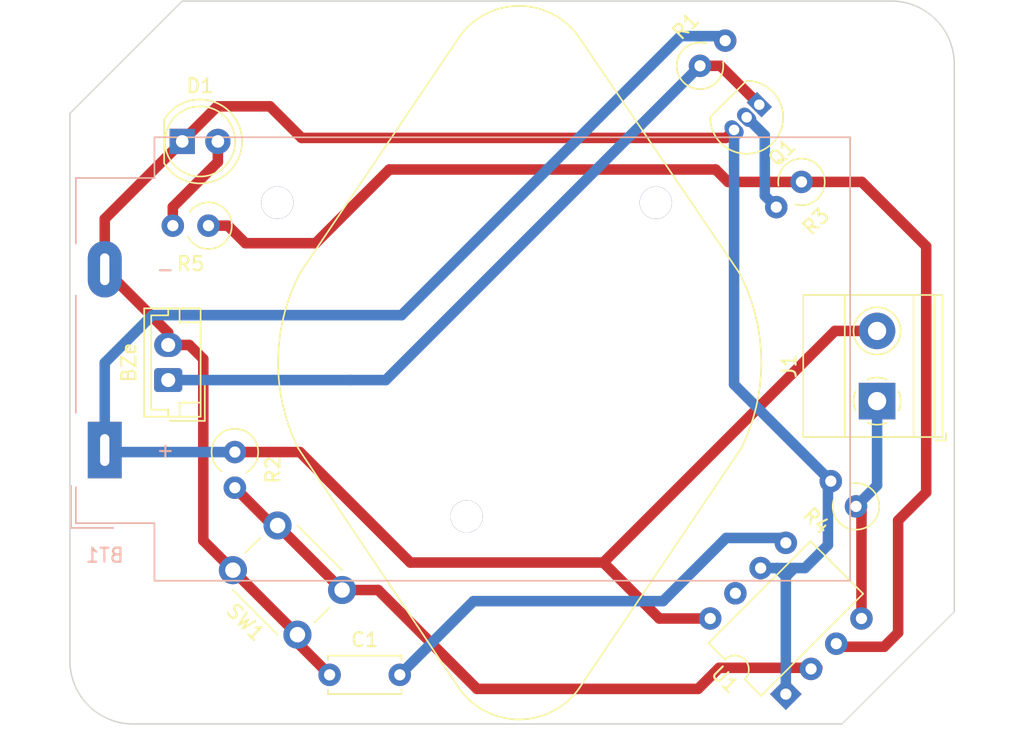
<source format=kicad_pcb>
(kicad_pcb (version 20211014) (generator pcbnew)
  (layers (0 "F.Cu" signal) (31 "B.Cu" signal) (34 "B.Paste" user) (35 "F.Paste" user) (36 "B.SilkS" user "B.Silkscreen") (37 "F.SilkS" user "F.Silkscreen") (38 "B.Mask" user) (39 "F.Mask" user) (44 "Edge.Cuts" user))
  (net 0 "")
  (net 1 "VCC")
  (net 2 "GND")
  (net 3 "Net-(BZ1-Pad1)")
  (net 4 "Net-(C1-Pad2)")
  (net 5 "Net-(D1-Pad2)")
  (net 6 "Net-(J1-Pad1)")
  (net 7 "Net-(Q1-Pad2)")
  (net 8 "Net-(R2-Pad2)")
  (net 9 "Net-(R3-Pad1)")
  (footprint "Resistor_THT:R_Axial_DIN0309_L9.0mm_D3.2mm_P2.54mm_Vertical" (layer "F.Cu") (at 239.5 114.5 135)
    (fp_text reference "R4" (at 1.27 -2.72 135) (layer "F.SilkS"))
    (fp_text value "10kΩ-22kΩ")
    (fp_arc (start 1.344775 0.97138) (mid -1.655812 -0.101418) (end 1.453272 -0.8) (layer "F.SilkS") (width 0.12))
    (pad "1" thru_hole circle (at 0 0 135) (size 1.6 1.6) (drill 0.8) (layers *.Cu *.Mask) (net 6 "Net-(J1-Pad1)"))
    (pad "2" thru_hole oval (at 2.54 0 135) (size 1.6 1.6) (drill 0.8) (layers *.Cu *.Mask) (net 2 "GND"))
  )
  (footprint "Package_TO_SOT_THT:TO-92_Inline" (layer "F.Cu") (at 232.607933 85.88295 -135)
    (fp_text reference "Q1" (at 1.27 -3.56 45) (layer "F.SilkS"))
    (fp_text value "BC547")
    (fp_line (start -0.53 1.85) (end 3.07 1.85) (layer "F.SilkS") (width 0.12))
    (fp_arc (start -0.568478 1.838478) (mid -1.132087 -0.994977) (end 1.27 -2.6) (layer "F.SilkS") (width 0.12))
    (fp_arc (start 1.27 -2.6) (mid 3.672087 -0.994977) (end 3.108478 1.838478) (layer "F.SilkS") (width 0.12))
    (pad "1" thru_hole rect (at 0 0 225) (size 1.05 1.5) (drill 0.75) (layers *.Cu *.Mask) (net 3 "Net-(BZ1-Pad1)"))
    (pad "2" thru_hole oval (at 1.27 0 225) (size 1.05 1.5) (drill 0.75) (layers *.Cu *.Mask) (net 7 "Net-(Q1-Pad2)"))
    (pad "3" thru_hole oval (at 2.54 0 225) (size 1.05 1.5) (drill 0.75) (layers *.Cu *.Mask) (net 2 "GND"))
  )
  (footprint "Resistor_THT:R_Axial_DIN0309_L9.0mm_D3.2mm_P2.54mm_Vertical" (layer "F.Cu") (at 235.615183 91.384817 -135)
    (fp_text reference "R3" (at 1.27 -2.72 45) (layer "F.SilkS"))
    (fp_text value "10kΩ")
    (fp_arc (start 1.344775 0.97138) (mid -1.655812 -0.101418) (end 1.453272 -0.8) (layer "F.SilkS") (width 0.12))
    (pad "1" thru_hole circle (at 0 0 225) (size 1.6 1.6) (drill 0.8) (layers *.Cu *.Mask) (net 9 "Net-(R3-Pad1)"))
    (pad "2" thru_hole oval (at 2.54 0 225) (size 1.6 1.6) (drill 0.8) (layers *.Cu *.Mask) (net 7 "Net-(Q1-Pad2)"))
  )
  (footprint "MountingHole:MountingHole_4.3mm_M4" (layer "F.Cu") (at 242 83)
    (fp_text reference "REF**" hide)
    (fp_text value "MountingHole_4.3mm_M4")
    (pad "" np_thru_hole circle (at 0 0) (size 4.3 4.3) (drill 4.3) (layers *.Cu *.Mask))
  )
  (footprint "Rocket_Alarm_Components:Buzzer_JST_Header" (layer "F.Cu") (at 190.5 105.5 90)
    (fp_text reference "BZe" (at 1.25 -2.8 90) (layer "F.SilkS"))
    (fp_text value "Buzzer")
    (fp_line (start -4.850001 40.826727) (end -21.926968 29.297694) (layer "F.SilkS") (width 0.12))
    (fp_line (start 4.61 -1.21) (end 4.61 0) (layer "F.SilkS") (width 0.12))
    (fp_line (start -2.61 0) (end -2.11 0) (layer "F.SilkS") (width 0.12))
    (fp_line (start 5.11 2.31) (end 5.11 -1.71) (layer "F.SilkS") (width 0.12))
    (fp_line (start 5.11 0.81) (end 4.11 0.81) (layer "F.SilkS") (width 0.12))
    (fp_line (start -1.61 0.81) (end -1.61 2.31) (layer "F.SilkS") (width 0.12))
    (fp_line (start -4.850001 9.25466) (end -21.850001 20.65) (layer "F.SilkS") (width 0.12))
    (fp_line (start 7.655869 9.410508) (end 24.449999 20.75) (layer "F.SilkS") (width 0.12))
    (fp_line (start -2.11 -1.21) (end 4.61 -1.21) (layer "F.SilkS") (width 0.12))
    (fp_line (start 4.11 0.81) (end 4.11 2.31) (layer "F.SilkS") (width 0.12))
    (fp_line (start 4.61 0) (end 5.11 0) (layer "F.SilkS") (width 0.12))
    (fp_line (start -2.11 0) (end -2.11 -1.21) (layer "F.SilkS") (width 0.12))
    (fp_line (start -2.61 -1.71) (end -2.61 2.31) (layer "F.SilkS") (width 0.12))
    (fp_line (start 5.11 -1.71) (end -2.61 -1.71) (layer "F.SilkS") (width 0.12))
    (fp_line (start -2.61 0.81) (end -1.61 0.81) (layer "F.SilkS") (width 0.12))
    (fp_line (start -2.61 2.31) (end 5.11 2.31) (layer "F.SilkS") (width 0.12))
    (fp_line (start -2.91 2.61) (end -0.41 2.61) (layer "F.SilkS") (width 0.12))
    (fp_line (start 7.655869 40.670879) (end 24.297175 29.353859) (layer "F.SilkS") (width 0.12))
    (fp_line (start -2.91 0.11) (end -2.91 2.61) (layer "F.SilkS") (width 0.12))
    (fp_arc (start -4.850001 9.25466) (mid 1.421642 7.831387) (end 7.655869 9.410508) (layer "F.SilkS") (width 0.12))
    (fp_arc (start 7.655869 40.670879) (mid 1.421642 42.25) (end -4.850001 40.826727) (layer "F.SilkS") (width 0.12))
    (fp_arc (start 24.449999 20.75) (mid 26.651342 25.092388) (end 24.297175 29.353859) (layer "F.SilkS") (width 0.12))
    (fp_arc (start -21.926968 29.297694) (mid -24.177844 24.953471) (end -21.850001 20.65) (layer "F.SilkS") (width 0.12))
    (pad "" np_thru_hole circle (at 21.449999 25 90) (size 4 4) (drill 4) (layers F&B.Cu *.Mask))
    (pad "" np_thru_hole circle (at -18.950001 25 90) (size 4 4) (drill 4) (layers F&B.Cu *.Mask))
    (pad "1" thru_hole roundrect (at 0 0 90) (size 1.7 2) (drill 1) (layers *.Cu *.Mask) (roundrect_rratio 0.147059) (net 3 "Net-(BZ1-Pad1)"))
    (pad "2" thru_hole oval (at 2.5 0 90) (size 1.7 2) (drill 1) (layers *.Cu *.Mask) (net 2 "GND"))
  )
  (footprint "MountingHole:MountingHole_4.3mm_M4" (layer "F.Cu") (at 188 125.5)
    (fp_text reference "REF**" hide)
    (fp_text value "MountingHole_4.3mm_M4")
    (pad "" np_thru_hole circle (at 0 0) (size 4.3 4.3) (drill 4.3) (layers *.Cu *.Mask))
  )
  (footprint "Package_DIP:DIP-8_W7.62mm" (layer "F.Cu") (at 234.5 127.874012 135)
    (fp_text reference "U1" (at 3.81 -2.33 135) (layer "F.SilkS"))
    (fp_text value "NE555P")
    (fp_line (start 1.16 8.95) (end 6.46 8.95) (layer "F.SilkS") (width 0.12))
    (fp_line (start 1.16 -1.33) (end 1.16 8.95) (layer "F.SilkS") (width 0.12))
    (fp_line (start 2.81 -1.33) (end 1.16 -1.33) (layer "F.SilkS") (width 0.12))
    (fp_line (start 6.46 8.95) (end 6.46 -1.33) (layer "F.SilkS") (width 0.12))
    (fp_line (start 6.46 -1.33) (end 4.81 -1.33) (layer "F.SilkS") (width 0.12))
    (fp_arc (start 4.81 -1.33) (mid 3.81 -0.33) (end 2.81 -1.33) (layer "F.SilkS") (width 0.12))
    (pad "1" thru_hole rect (at 0 0 135) (size 1.6 1.6) (drill 0.8) (layers *.Cu *.Mask) (net 2 "GND"))
    (pad "2" thru_hole oval (at 0 2.54 135) (size 1.6 1.6) (drill 0.8) (layers *.Cu *.Mask) (net 8 "Net-(R2-Pad2)"))
    (pad "3" thru_hole oval (at 0 5.08 135) (size 1.6 1.6) (drill 0.8) (layers *.Cu *.Mask) (net 9 "Net-(R3-Pad1)"))
    (pad "4" thru_hole oval (at 0 7.62 135) (size 1.6 1.6) (drill 0.8) (layers *.Cu *.Mask) (net 6 "Net-(J1-Pad1)"))
    (pad "5" thru_hole oval (at 7.62 7.62 135) (size 1.6 1.6) (drill 0.8) (layers *.Cu *.Mask) (net 4 "Net-(C1-Pad2)"))
    (pad "6" thru_hole oval (at 7.62 5.08 135) (size 1.6 1.6) (drill 0.8) (layers *.Cu *.Mask) (net 2 "GND"))
    (pad "7" thru_hole oval (at 7.62 2.54 135) (size 1.6 1.6) (drill 0.8) (layers *.Cu *.Mask))
    (pad "8" thru_hole oval (at 7.62 0 135) (size 1.6 1.6) (drill 0.8) (layers *.Cu *.Mask) (net 1 "VCC"))
  )
  (footprint "Resistor_THT:R_Axial_DIN0309_L9.0mm_D3.2mm_P2.54mm_Vertical" (layer "F.Cu") (at 195.25 110.63 -90)
    (fp_text reference "R2" (at 1.27 -2.72 90) (layer "F.SilkS"))
    (fp_text value "10kΩ-22kΩ")
    (fp_arc (start 1.344775 0.97138) (mid -1.655812 -0.101418) (end 1.453272 -0.8) (layer "F.SilkS") (width 0.12))
    (pad "1" thru_hole circle (at 0 0 270) (size 1.6 1.6) (drill 0.8) (layers *.Cu *.Mask) (net 1 "VCC"))
    (pad "2" thru_hole oval (at 2.54 0 270) (size 1.6 1.6) (drill 0.8) (layers *.Cu *.Mask) (net 8 "Net-(R2-Pad2)"))
  )
  (footprint "Capacitor_THT:C_Disc_D5.0mm_W2.5mm_P5.00mm" (layer "F.Cu") (at 202 126.5)
    (fp_text reference "C1" (at 2.5 -2.5) (layer "F.SilkS"))
    (fp_text value "0.01uF")
    (fp_line (start -0.12 -1.37) (end 5.12 -1.37) (layer "F.SilkS") (width 0.12))
    (fp_line (start -0.12 -1.37) (end -0.12 -1.055) (layer "F.SilkS") (width 0.12))
    (fp_line (start -0.12 1.055) (end -0.12 1.37) (layer "F.SilkS") (width 0.12))
    (fp_line (start 5.12 1.055) (end 5.12 1.37) (layer "F.SilkS") (width 0.12))
    (fp_line (start 5.12 -1.37) (end 5.12 -1.055) (layer "F.SilkS") (width 0.12))
    (fp_line (start -0.12 1.37) (end 5.12 1.37) (layer "F.SilkS") (width 0.12))
    (pad "1" thru_hole circle (at 0 0) (size 1.6 1.6) (drill 0.8) (layers *.Cu *.Mask) (net 2 "GND"))
    (pad "2" thru_hole circle (at 5 0) (size 1.6 1.6) (drill 0.8) (layers *.Cu *.Mask) (net 4 "Net-(C1-Pad2)"))
  )
  (footprint "TerminalBlock_Phoenix:TerminalBlock_Phoenix_MKDS-1,5-2_1x02_P5.00mm_Horizontal" (layer "F.Cu") (at 241 107 90)
    (fp_text reference "J1" (at 2.5 -6.26 90) (layer "F.SilkS"))
    (fp_text value "Break Wire")
    (fp_line (start 7.56 -5.261) (end 7.56 4.66) (layer "F.SilkS") (width 0.12))
    (fp_line (start -2.56 -5.261) (end 7.56 -5.261) (layer "F.SilkS") (width 0.12))
    (fp_line (start -2.8 4.16) (end -2.8 4.9) (layer "F.SilkS") (width 0.12))
    (fp_line (start -2.56 -2.301) (end 7.56 -2.301) (layer "F.SilkS") (width 0.12))
    (fp_line (start 3.773 1.023) (end 3.726 1.069) (layer "F.SilkS") (width 0.12))
    (fp_line (start 6.07 -1.275) (end 6.035 -1.239) (layer "F.SilkS") (width 0.12))
    (fp_line (start -2.56 2.6) (end 7.56 2.6) (layer "F.SilkS") (width 0.12))
    (fp_line (start -2.56 4.66) (end 7.56 4.66) (layer "F.SilkS") (width 0.12))
    (fp_line (start 6.275 -1.069) (end 6.228 -1.023) (layer "F.SilkS") (width 0.12))
    (fp_line (start 3.966 1.239) (end 3.931 1.274) (layer "F.SilkS") (width 0.12))
    (fp_line (start -2.56 4.1) (end 7.56 4.1) (layer "F.SilkS") (width 0.12))
    (fp_line (start -2.56 -5.261) (end -2.56 4.66) (layer "F.SilkS") (width 0.12))
    (fp_line (start -2.8 4.9) (end -2.3 4.9) (layer "F.SilkS") (width 0.12))
    (fp_arc (start 0.683318 1.534756) (mid 0.349292 1.643288) (end 0 1.68) (layer "F.SilkS") (width 0.12))
    (fp_arc (start 0.028805 1.680253) (mid -0.335551 1.646659) (end -0.684 1.535) (layer "F.SilkS") (width 0.12))
    (fp_arc (start -0.683042 -1.535427) (mid 0.000524 -1.680501) (end 0.684 -1.535) (layer "F.SilkS") (width 0.12))
    (fp_arc (start 1.535427 -0.683042) (mid 1.680501 0.000524) (end 1.535 0.684) (layer "F.SilkS") (width 0.12))
    (fp_arc (start -1.535427 0.683042) (mid -1.680501 -0.000524) (end -1.535 -0.684) (layer "F.SilkS") (width 0.12))
    (fp_circle (center 5 0) (end 6.68 0) (layer "F.SilkS") (width 0.12) (fill none))
    (pad "1" thru_hole rect (at 0 0 90) (size 2.6 2.6) (drill 1.3) (layers *.Cu *.Mask) (net 6 "Net-(J1-Pad1)"))
    (pad "2" thru_hole circle (at 5 0 90) (size 2.6 2.6) (drill 1.3) (layers *.Cu *.Mask) (net 1 "VCC"))
  )
  (footprint "LED_THT:LED_D5.0mm" (layer "F.Cu") (at 191.5 88.5)
    (fp_text reference "D1" (at 1.27 -3.96) (layer "F.SilkS"))
    (fp_text value "LED")
    (fp_line (start -1.29 -1.545) (end -1.29 1.545) (layer "F.SilkS") (width 0.12))
    (fp_arc (start 4.26 -0.000462) (mid 2.072002 2.880433) (end -1.29 1.54483) (layer "F.SilkS") (width 0.12))
    (fp_arc (start -1.29 -1.54483) (mid 2.072002 -2.880433) (end 4.26 0.000462) (layer "F.SilkS") (width 0.12))
    (fp_circle (center 1.27 0) (end 3.77 0) (layer "F.SilkS") (width 0.12) (fill none))
    (pad "1" thru_hole rect (at 0 0) (size 1.8 1.8) (drill 0.9) (layers *.Cu *.Mask) (net 2 "GND"))
    (pad "2" thru_hole circle (at 2.54 0) (size 1.8 1.8) (drill 0.9) (layers *.Cu *.Mask) (net 5 "Net-(D1-Pad2)"))
  )
  (footprint "Resistor_THT:R_Axial_DIN0309_L9.0mm_D3.2mm_P2.54mm_Vertical" (layer "F.Cu") (at 193.37 94.5 180)
    (fp_text reference "R5" (at 1.27 -2.72) (layer "F.SilkS"))
    (fp_text value "330Ω-680Ω")
    (fp_arc (start 1.344775 0.97138) (mid -1.655812 -0.101418) (end 1.453272 -0.8) (layer "F.SilkS") (width 0.12))
    (pad "1" thru_hole circle (at 0 0 180) (size 1.6 1.6) (drill 0.8) (layers *.Cu *.Mask) (net 9 "Net-(R3-Pad1)"))
    (pad "2" thru_hole oval (at 2.54 0 180) (size 1.6 1.6) (drill 0.8) (layers *.Cu *.Mask) (net 5 "Net-(D1-Pad2)"))
  )
  (footprint "Button_Switch_THT:SW_PUSH_6mm_H8mm" (layer "F.Cu") (at 199.707107 123.639088 135)
    (fp_text reference "SW1" (at 3.25 -2 135) (layer "F.SilkS"))
    (fp_text value "SW_Push")
    (fp_line (start -0.25 1.5) (end -0.25 3) (layer "F.SilkS") (width 0.12))
    (fp_line (start 5.5 -1) (end 1 -1) (layer "F.SilkS") (width 0.12))
    (fp_line (start 6.75 3) (end 6.75 1.5) (layer "F.SilkS") (width 0.12))
    (fp_line (start 1 5.5) (end 5.5 5.5) (layer "F.SilkS") (width 0.12))
    (pad "1" thru_hole circle (at 6.5 0 225) (size 2 2) (drill 1.1) (layers *.Cu *.Mask) (net 2 "GND"))
    (pad "1" thru_hole circle (at 0 0 225) (size 2 2) (drill 1.1) (layers *.Cu *.Mask) (net 2 "GND"))
    (pad "2" thru_hole circle (at 6.5 4.5 225) (size 2 2) (drill 1.1) (layers *.Cu *.Mask) (net 8 "Net-(R2-Pad2)"))
    (pad "2" thru_hole circle (at 0 4.5 225) (size 2 2) (drill 1.1) (layers *.Cu *.Mask) (net 8 "Net-(R2-Pad2)"))
  )
  (footprint "Resistor_THT:R_Axial_DIN0309_L9.0mm_D3.2mm_P2.54mm_Vertical" (layer "F.Cu") (at 228.384817 83.115183 45)
    (fp_text reference "R1" (at 1.27 -2.72 45) (layer "F.SilkS"))
    (fp_text value "1kΩ-10kΩ")
    (fp_arc (start 1.344775 0.97138) (mid -1.655812 -0.101418) (end 1.453272 -0.8) (layer "F.SilkS") (width 0.12))
    (pad "1" thru_hole circle (at 0 0 45) (size 1.6 1.6) (drill 0.8) (layers *.Cu *.Mask) (net 3 "Net-(BZ1-Pad1)"))
    (pad "2" thru_hole oval (at 2.54 0 45) (size 1.6 1.6) (drill 0.8) (layers *.Cu *.Mask) (net 1 "VCC"))
  )
  (footprint "Rocket_Alarm_Components:BatteryHolder_9V" (layer "B.Cu") (at 185.979999 110.485)
    (fp_text reference "BT1" (at 0 7.5) (layer "B.SilkS") (effects (justify mirror)))
    (fp_text value "9V Battery")
    (fp_text user "+" (at 3.6 0) (layer "B.SilkS") (effects (justify right mirror)))
    (fp_text user "-" (at 3.6 -12.88) (layer "B.SilkS") (effects (justify right mirror)))
    (fp_line (start 3.54 -19.38) (end -2.06 -19.38) (layer "B.SilkS") (width 0.12))
    (fp_line (start -2.06 5.21) (end -2.06 2.65) (layer "B.SilkS") (width 0.12))
    (fp_line (start -2.4 5.55) (end 0.6 5.55) (layer "B.SilkS") (width 0.12))
    (fp_line (start 3.54 -22.28) (end 3.54 -19.38) (layer "B.SilkS") (width 0.12))
    (fp_line (start 3.54 5.21) (end -2.06 5.21) (layer "B.SilkS") (width 0.12))
    (fp_line (start 53.1 -22.28) (end 53.1 9.31) (layer "B.SilkS") (width 0.12))
    (fp_line (start -2.06 -2.65) (end -2.06 -11) (layer "B.SilkS") (width 0.12))
    (fp_line (start -2.06 -19.38) (end -2.06 -14.7) (layer "B.SilkS") (width 0.12))
    (fp_line (start 53.1 -22.28) (end 3.54 -22.28) (layer "B.SilkS") (width 0.12))
    (fp_line (start 53.1 9.31) (end 3.54 9.31) (layer "B.SilkS") (width 0.12))
    (fp_line (start -2.4 5.55) (end -2.4 2.55) (layer "B.SilkS") (width 0.12))
    (fp_line (start 3.54 9.31) (end 3.54 5.21) (layer "B.SilkS") (width 0.12))
    (pad "" np_thru_hole circle (at 39.26 -17.62) (size 2.3 2.3) (drill 2.29) (layers *.Cu *.Mask))
    (pad "" np_thru_hole circle (at 25.78 4.73) (size 2.3 2.3) (drill 2.29) (layers *.Cu *.Mask))
    (pad "" np_thru_hole circle (at 12.29 -17.62) (size 2.3 2.3) (drill 2.29) (layers *.Cu *.Mask))
    (pad "1" thru_hole rect (at 0 0) (size 2.41 4.02) (drill oval 0.66 2.27) (layers *.Cu *.Mask) (net 1 "VCC"))
    (pad "2" thru_hole oval (at 0 -12.88) (size 2.41 4.02) (drill oval 0.66 2.27) (layers *.Cu *.Mask) (net 2 "GND"))
  )
  (gr_line (start 238.5 130) (end 188 130) (layer "Edge.Cuts") (width 0.1))
  (gr_line (start 183.5 125.5) (end 183.5 86.5) (layer "Edge.Cuts") (width 0.1))
  (gr_line (start 183.5 86.5) (end 191.5 78.5) (layer "Edge.Cuts") (width 0.1))
  (gr_arc (start 242 78.5) (mid 245.181981 79.818019) (end 246.5 83) (layer "Edge.Cuts") (width 0.1))
  (gr_line (start 191.5 78.5) (end 242 78.5) (layer "Edge.Cuts") (width 0.1))
  (gr_line (start 246.5 83) (end 246.5 122) (layer "Edge.Cuts") (width 0.1))
  (gr_arc (start 188 130) (mid 184.81802 128.681981) (end 183.5 125.5) (layer "Edge.Cuts") (width 0.1))
  (gr_line (start 238.5 130) (end 246.5 122) (layer "Edge.Cuts") (width 0.1))
  (segment (start 225.485858 122.485858) (end 229.111846 122.485858) (width 0.75) (layer "F.Cu") (net 1))
  (segment (start 195.25 110.63) (end 199.88 110.63) (width 0.75) (layer "F.Cu") (net 1))
  (segment (start 221.5 118.5) (end 238 102) (width 0.75) (layer "F.Cu") (net 1))
  (segment (start 207.75 118.5) (end 221.5 118.5) (width 0.75) (layer "F.Cu") (net 1))
  (segment (start 238 102) (end 241 102) (width 0.75) (layer "F.Cu") (net 1))
  (segment (start 199.88 110.63) (end 207.75 118.5) (width 0.75) (layer "F.Cu") (net 1))
  (segment (start 221.5 118.5) (end 225.485858 122.485858) (width 0.75) (layer "F.Cu") (net 1))
  (segment (start 229.861736 81) (end 227 81) (width 0.75) (layer "B.Cu") (net 1))
  (segment (start 227 81) (end 207.125 100.875) (width 0.75) (layer "B.Cu") (net 1))
  (segment (start 189.375 100.875) (end 185.979999 104.270001) (width 0.75) (layer "B.Cu") (net 1))
  (segment (start 230.180868 81.319132) (end 229.861736 81) (width 0.75) (layer "B.Cu") (net 1))
  (segment (start 195.25 110.63) (end 186.124999 110.63) (width 0.75) (layer "B.Cu") (net 1))
  (segment (start 186.124999 110.63) (end 185.979999 110.485) (width 0.75) (layer "B.Cu") (net 1))
  (segment (start 185.979999 104.270001) (end 185.979999 110.485) (width 0.75) (layer "B.Cu") (net 1))
  (segment (start 207.125 100.875) (end 189.375 100.875) (width 0.75) (layer "B.Cu") (net 1))
  (segment (start 195.110913 119.042894) (end 199.707107 123.639088) (width 0.75) (layer "F.Cu") (net 2))
  (segment (start 190.5 102.125001) (end 185.979999 97.605) (width 0.75) (layer "F.Cu") (net 2))
  (segment (start 190.5 103) (end 192 103) (width 0.75) (layer "F.Cu") (net 2))
  (segment (start 200 88.25) (end 230.240883 88.25) (width 0.75) (layer "F.Cu") (net 2))
  (segment (start 197.75 86) (end 200 88.25) (width 0.75) (layer "F.Cu") (net 2))
  (segment (start 185.979999 94.020001) (end 185.979999 97.605) (width 0.75) (layer "F.Cu") (net 2))
  (segment (start 193 116.931981) (end 193 104) (width 0.75) (layer "F.Cu") (net 2))
  (segment (start 230.240883 88.25) (end 230.811882 87.679001) (width 0.75) (layer "F.Cu") (net 2))
  (segment (start 192 103) (end 193 104) (width 0.75) (layer "F.Cu") (net 2))
  (segment (start 199.707107 123.639088) (end 199.707107 124.207107) (width 0.75) (layer "F.Cu") (net 2))
  (segment (start 191.5 88.5) (end 194 86) (width 0.75) (layer "F.Cu") (net 2))
  (segment (start 199.707107 124.207107) (end 202 126.5) (width 0.75) (layer "F.Cu") (net 2))
  (segment (start 194 86) (end 197.75 86) (width 0.75) (layer "F.Cu") (net 2))
  (segment (start 190.5 103) (end 190.5 102.125001) (width 0.75) (layer "F.Cu") (net 2))
  (segment (start 195.110913 119.042894) (end 193 116.931981) (width 0.75) (layer "F.Cu") (net 2))
  (segment (start 191.5 88.5) (end 185.979999 94.020001) (width 0.75) (layer "F.Cu") (net 2))
  (segment (start 234.5 119.5) (end 235.106244 118.893756) (width 0.75) (layer "B.Cu") (net 2))
  (segment (start 235.106244 118.893756) (end 235.856244 118.893756) (width 0.75) (layer "B.Cu") (net 2))
  (segment (start 235.856244 118.893756) (end 237.5 117.25) (width 0.75) (layer "B.Cu") (net 2))
  (segment (start 230.811882 105.811882) (end 230.811882 87.679001) (width 0.75) (layer "B.Cu") (net 2))
  (segment (start 234.5 119.5) (end 233.893756 118.893756) (width 0.75) (layer "B.Cu") (net 2))
  (segment (start 234.5 127.874012) (end 234.5 120) (width 0.75) (layer "B.Cu") (net 2))
  (segment (start 234.5 120) (end 234.5 119.5) (width 0.75) (layer "B.Cu") (net 2))
  (segment (start 237.5 112.5) (end 230.811882 105.811882) (width 0.75) (layer "B.Cu") (net 2))
  (segment (start 233.893756 118.893756) (end 235.106244 118.893756) (width 0.75) (layer "B.Cu") (net 2))
  (segment (start 232.703949 118.893756) (end 233.893756 118.893756) (width 0.75) (layer "B.Cu") (net 2))
  (segment (start 237.5 117.25) (end 237.5 112.5) (width 0.75) (layer "B.Cu") (net 2))
  (segment (start 228.384817 83.115183) (end 229.840166 83.115183) (width 0.75) (layer "F.Cu") (net 3))
  (segment (start 229.840166 83.115183) (end 232.607933 85.88295) (width 0.75) (layer "F.Cu") (net 3))
  (segment (start 206 105.5) (end 203.5 105.5) (width 0.75) (layer "B.Cu") (net 3))
  (segment (start 190.5 105.5) (end 203.5 105.5) (width 0.75) (layer "B.Cu") (net 3))
  (segment (start 228.384817 83.115183) (end 206 105.5) (width 0.75) (layer "B.Cu") (net 3))
  (segment (start 225.75 121.25) (end 230.25 116.75) (width 0.75) (layer "B.Cu") (net 4))
  (segment (start 207 126.5) (end 212.25 121.25) (width 0.75) (layer "B.Cu") (net 4))
  (segment (start 234.152295 116.75) (end 234.5 117.097705) (width 0.75) (layer "B.Cu") (net 4))
  (segment (start 230.25 116.75) (end 234.152295 116.75) (width 0.75) (layer "B.Cu") (net 4))
  (segment (start 212.25 121.25) (end 225.75 121.25) (width 0.75) (layer "B.Cu") (net 4))
  (segment (start 190.83 93.17) (end 194.04 89.96) (width 0.75) (layer "F.Cu") (net 5))
  (segment (start 190.83 94.5) (end 190.83 93.17) (width 0.75) (layer "F.Cu") (net 5))
  (segment (start 194.04 89.96) (end 194.04 88.5) (width 0.75) (layer "F.Cu") (net 5))
  (segment (start 239.888154 122.485858) (end 239.888154 114.888154) (width 0.75) (layer "F.Cu") (net 6))
  (segment (start 239.888154 114.888154) (end 239.5 114.5) (width 0.75) (layer "F.Cu") (net 6))
  (segment (start 241 107) (end 241 113) (width 0.75) (layer "B.Cu") (net 6))
  (segment (start 241 113) (end 239.5 114.5) (width 0.75) (layer "B.Cu") (net 6))
  (segment (start 233.819132 93.180868) (end 233 92.361736) (width 0.75) (layer "B.Cu") (net 7))
  (segment (start 233 88.071069) (end 231.709907 86.780976) (width 0.75) (layer "B.Cu") (net 7))
  (segment (start 233 92.361736) (end 233 88.071069) (width 0.75) (layer "B.Cu") (net 7))
  (segment (start 236.75 126) (end 229.75 126) (width 0.75) (layer "F.Cu") (net 8))
  (segment (start 229.75 126) (end 228.25 127.5) (width 0.75) (layer "F.Cu") (net 8))
  (segment (start 198.292894 115.860913) (end 202.889088 120.457107) (width 0.75) (layer "F.Cu") (net 8))
  (segment (start 198.292893 115.860913) (end 197.940913 115.860913) (width 0.75) (layer "F.Cu") (net 8))
  (segment (start 212.5 127.5) (end 205.457107 120.457107) (width 0.75) (layer "F.Cu") (net 8))
  (segment (start 197.940913 115.860913) (end 195.25 113.17) (width 0.75) (layer "F.Cu") (net 8))
  (segment (start 205.457107 120.457107) (end 202.889088 120.457107) (width 0.75) (layer "F.Cu") (net 8))
  (segment (start 228.25 127.5) (end 212.5 127.5) (width 0.75) (layer "F.Cu") (net 8))
  (segment (start 198.292893 115.860913) (end 198.292894 115.860913) (width 0.75) (layer "F.Cu") (net 8))
  (segment (start 244.5 95.973583) (end 239.911234 91.384817) (width 0.75) (layer "F.Cu") (net 9))
  (segment (start 206.25 90.5) (end 229.5 90.5) (width 0.75) (layer "F.Cu") (net 9))
  (segment (start 238.310192 124.5) (end 241.5 124.5) (width 0.75) (layer "F.Cu") (net 9))
  (segment (start 201 95.75) (end 206.25 90.5) (width 0.75) (layer "F.Cu") (net 9))
  (segment (start 193.37 94.5) (end 194.75 94.5) (width 0.75) (layer "F.Cu") (net 9))
  (segment (start 244.5 113.5) (end 244.5 95.973583) (width 0.75) (layer "F.Cu") (net 9))
  (segment (start 239.911234 91.384817) (end 235.615183 91.384817) (width 0.75) (layer "F.Cu") (net 9))
  (segment (start 194.75 94.5) (end 196 95.75) (width 0.75) (layer "F.Cu") (net 9))
  (segment (start 196 95.75) (end 201 95.75) (width 0.75) (layer "F.Cu") (net 9))
  (segment (start 238.092102 124.28191) (end 238.310192 124.5) (width 0.75) (layer "F.Cu") (net 9))
  (segment (start 242.5 123.5) (end 242.5 115.5) (width 0.75) (layer "F.Cu") (net 9))
  (segment (start 241.5 124.5) (end 242.5 123.5) (width 0.75) (layer "F.Cu") (net 9))
  (segment (start 229.5 90.5) (end 230.384817 91.384817) (width 0.75) (layer "F.Cu") (net 9))
  (segment (start 242.5 115.5) (end 244.5 113.5) (width 0.75) (layer "F.Cu") (net 9))
  (segment (start 230.384817 91.384817) (end 235.615183 91.384817) (width 0.75) (layer "F.Cu") (net 9))
)
</source>
